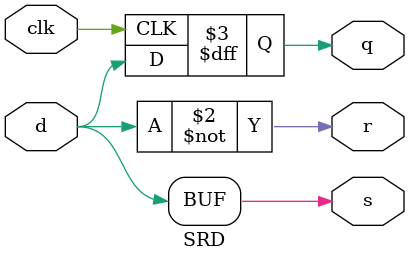
<source format=v>
`timescale 1ns / 1ps


module SRD(q,s,r,d,clk);
input d,clk;
output s,r;
output reg q;


always@(posedge clk)
begin
    q <=d;
end
assign s = d;
assign r = ~d;
endmodule

</source>
